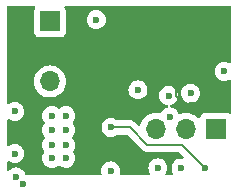
<source format=gbr>
%TF.GenerationSoftware,KiCad,Pcbnew,8.0.2-1*%
%TF.CreationDate,2024-06-01T01:47:10-04:00*%
%TF.ProjectId,ez-servo,657a2d73-6572-4766-9f2e-6b696361645f,v0.0.0*%
%TF.SameCoordinates,Original*%
%TF.FileFunction,Copper,L2,Inr*%
%TF.FilePolarity,Positive*%
%FSLAX46Y46*%
G04 Gerber Fmt 4.6, Leading zero omitted, Abs format (unit mm)*
G04 Created by KiCad (PCBNEW 8.0.2-1) date 2024-06-01 01:47:10*
%MOMM*%
%LPD*%
G01*
G04 APERTURE LIST*
%TA.AperFunction,ComponentPad*%
%ADD10C,0.600000*%
%TD*%
%TA.AperFunction,ComponentPad*%
%ADD11R,1.700000X1.700000*%
%TD*%
%TA.AperFunction,ComponentPad*%
%ADD12O,1.700000X1.700000*%
%TD*%
%TA.AperFunction,ViaPad*%
%ADD13C,0.600000*%
%TD*%
%TA.AperFunction,Conductor*%
%ADD14C,0.200000*%
%TD*%
G04 APERTURE END LIST*
D10*
%TO.N,GND*%
%TO.C,U1*%
X4300000Y-9830000D03*
X4300000Y-11030000D03*
X4300000Y-12330000D03*
X4300000Y-13430000D03*
X5500000Y-9830000D03*
X5500000Y-11030000D03*
X5500000Y-12330000D03*
X5500000Y-13430000D03*
%TD*%
D11*
%TO.N,SERVO_PWM*%
%TO.C,J2*%
X4150000Y-1850000D03*
D12*
%TO.N,VOUT*%
X4150000Y-4390000D03*
%TO.N,GND*%
X4150000Y-6930000D03*
%TD*%
D11*
%TO.N,8_4V*%
%TO.C,J3*%
X18200000Y-10930000D03*
D12*
%TO.N,SENSE*%
X15660000Y-10930000D03*
%TO.N,6V*%
X13120000Y-10930000D03*
%TD*%
D13*
%TO.N,VOUT*%
X11270000Y-13890000D03*
X10750000Y-14500000D03*
X10360000Y-4780000D03*
X16159265Y-8950735D03*
X11750000Y-14500000D03*
%TO.N,GND*%
X1900000Y-15600000D03*
X11600000Y-7640000D03*
X1283883Y-15016117D03*
X13280000Y-14250000D03*
X15250000Y-14250000D03*
X8070000Y-1700000D03*
%TO.N,SERVO_PWM*%
X9280000Y-14499998D03*
%TO.N,SENSE*%
X14290000Y-9930000D03*
X1170000Y-13030000D03*
%TO.N,Net-(C2-Pad2)*%
X14190001Y-8122829D03*
X18910000Y-6080000D03*
X16050000Y-7930823D03*
%TO.N,Net-(U1-BOOT)*%
X1170000Y-9470000D03*
%TO.N,+24V*%
X9319216Y-10825929D03*
X17300000Y-14250000D03*
%TD*%
D14*
%TO.N,VOUT*%
X16159265Y-8950735D02*
X15620735Y-8950735D01*
X12150000Y-4780000D02*
X10360000Y-4780000D01*
X15620735Y-8950735D02*
X14860000Y-8190000D01*
X14860000Y-7490000D02*
X12150000Y-4780000D01*
X14860000Y-8190000D02*
X14860000Y-7490000D01*
%TO.N,+24V*%
X10935929Y-10825929D02*
X9319216Y-10825929D01*
X9323287Y-10830000D02*
X9319216Y-10825929D01*
X17300000Y-14250000D02*
X15320000Y-12270000D01*
X15320000Y-12270000D02*
X12380000Y-12270000D01*
X12380000Y-12270000D02*
X10935929Y-10825929D01*
%TD*%
%TA.AperFunction,Conductor*%
%TO.N,VOUT*%
G36*
X2868038Y-520185D02*
G01*
X2913793Y-572989D01*
X2923737Y-642147D01*
X2900265Y-698810D01*
X2880238Y-725562D01*
X2856204Y-757668D01*
X2856202Y-757671D01*
X2805908Y-892517D01*
X2803531Y-914631D01*
X2799501Y-952123D01*
X2799500Y-952135D01*
X2799500Y-2747870D01*
X2799501Y-2747876D01*
X2805908Y-2807483D01*
X2856202Y-2942328D01*
X2856206Y-2942335D01*
X2942452Y-3057544D01*
X2942455Y-3057547D01*
X3057664Y-3143793D01*
X3057671Y-3143797D01*
X3192517Y-3194091D01*
X3192516Y-3194091D01*
X3199444Y-3194835D01*
X3252127Y-3200500D01*
X5047872Y-3200499D01*
X5107483Y-3194091D01*
X5242331Y-3143796D01*
X5357546Y-3057546D01*
X5443796Y-2942331D01*
X5494091Y-2807483D01*
X5500500Y-2747873D01*
X5500499Y-1699996D01*
X7264435Y-1699996D01*
X7264435Y-1700003D01*
X7284630Y-1879249D01*
X7284631Y-1879254D01*
X7344211Y-2049523D01*
X7440184Y-2202262D01*
X7567738Y-2329816D01*
X7720478Y-2425789D01*
X7890745Y-2485368D01*
X7890750Y-2485369D01*
X8069996Y-2505565D01*
X8070000Y-2505565D01*
X8070004Y-2505565D01*
X8249249Y-2485369D01*
X8249252Y-2485368D01*
X8249255Y-2485368D01*
X8419522Y-2425789D01*
X8572262Y-2329816D01*
X8699816Y-2202262D01*
X8795789Y-2049522D01*
X8855368Y-1879255D01*
X8875565Y-1700000D01*
X8855368Y-1520745D01*
X8795789Y-1350478D01*
X8699816Y-1197738D01*
X8572262Y-1070184D01*
X8419523Y-974211D01*
X8249254Y-914631D01*
X8249249Y-914630D01*
X8070004Y-894435D01*
X8069996Y-894435D01*
X7890750Y-914630D01*
X7890745Y-914631D01*
X7720476Y-974211D01*
X7567737Y-1070184D01*
X7440184Y-1197737D01*
X7344211Y-1350476D01*
X7284631Y-1520745D01*
X7284630Y-1520750D01*
X7264435Y-1699996D01*
X5500499Y-1699996D01*
X5500499Y-952128D01*
X5494091Y-892517D01*
X5443796Y-757669D01*
X5399734Y-698810D01*
X5375317Y-633348D01*
X5390168Y-565075D01*
X5439573Y-515669D01*
X5499001Y-500500D01*
X19375500Y-500500D01*
X19442539Y-520185D01*
X19488294Y-572989D01*
X19499500Y-624500D01*
X19499500Y-5280637D01*
X19479815Y-5347676D01*
X19427011Y-5393431D01*
X19357853Y-5403375D01*
X19309529Y-5385631D01*
X19259525Y-5354212D01*
X19089254Y-5294631D01*
X19089249Y-5294630D01*
X18910004Y-5274435D01*
X18909996Y-5274435D01*
X18730750Y-5294630D01*
X18730745Y-5294631D01*
X18560476Y-5354211D01*
X18407737Y-5450184D01*
X18280184Y-5577737D01*
X18184211Y-5730476D01*
X18124631Y-5900745D01*
X18124630Y-5900750D01*
X18104435Y-6079996D01*
X18104435Y-6080003D01*
X18124630Y-6259249D01*
X18124631Y-6259254D01*
X18184211Y-6429523D01*
X18280184Y-6582262D01*
X18407738Y-6709816D01*
X18560478Y-6805789D01*
X18700063Y-6854632D01*
X18730745Y-6865368D01*
X18730750Y-6865369D01*
X18909996Y-6885565D01*
X18910000Y-6885565D01*
X18910004Y-6885565D01*
X19089249Y-6865369D01*
X19089252Y-6865368D01*
X19089255Y-6865368D01*
X19259522Y-6805789D01*
X19309527Y-6774369D01*
X19376764Y-6755368D01*
X19443599Y-6775735D01*
X19488814Y-6829003D01*
X19499500Y-6879362D01*
X19499500Y-9543568D01*
X19479815Y-9610607D01*
X19427011Y-9656362D01*
X19357853Y-9666306D01*
X19301190Y-9642835D01*
X19292334Y-9636206D01*
X19292328Y-9636202D01*
X19157482Y-9585908D01*
X19157483Y-9585908D01*
X19097883Y-9579501D01*
X19097881Y-9579500D01*
X19097873Y-9579500D01*
X19097864Y-9579500D01*
X17302129Y-9579500D01*
X17302123Y-9579501D01*
X17242516Y-9585908D01*
X17107671Y-9636202D01*
X17107664Y-9636206D01*
X16992455Y-9722452D01*
X16992452Y-9722455D01*
X16906206Y-9837664D01*
X16906203Y-9837669D01*
X16857189Y-9969083D01*
X16815317Y-10025016D01*
X16749853Y-10049433D01*
X16681580Y-10034581D01*
X16653326Y-10013430D01*
X16531402Y-9891506D01*
X16531395Y-9891501D01*
X16337834Y-9755967D01*
X16337830Y-9755965D01*
X16337828Y-9755964D01*
X16123663Y-9656097D01*
X16123659Y-9656096D01*
X16123655Y-9656094D01*
X15895413Y-9594938D01*
X15895403Y-9594936D01*
X15660001Y-9574341D01*
X15659999Y-9574341D01*
X15424596Y-9594936D01*
X15424586Y-9594938D01*
X15196344Y-9656094D01*
X15196329Y-9656100D01*
X15188049Y-9659961D01*
X15118972Y-9670450D01*
X15055189Y-9641928D01*
X15018608Y-9588533D01*
X15015789Y-9580479D01*
X15015789Y-9580477D01*
X14952955Y-9480478D01*
X14919816Y-9427738D01*
X14792262Y-9300184D01*
X14694478Y-9238742D01*
X14639523Y-9204211D01*
X14469254Y-9144631D01*
X14469250Y-9144630D01*
X14422364Y-9139348D01*
X14357950Y-9112281D01*
X14318395Y-9054686D01*
X14316258Y-8984849D01*
X14352216Y-8924943D01*
X14395294Y-8899086D01*
X14424863Y-8888739D01*
X14539523Y-8848618D01*
X14692263Y-8752645D01*
X14819817Y-8625091D01*
X14915790Y-8472351D01*
X14975369Y-8302084D01*
X14977220Y-8285659D01*
X14995566Y-8122832D01*
X14995566Y-8122825D01*
X14975370Y-7943579D01*
X14975369Y-7943574D01*
X14970906Y-7930819D01*
X15244435Y-7930819D01*
X15244435Y-7930826D01*
X15264630Y-8110072D01*
X15264631Y-8110077D01*
X15324211Y-8280346D01*
X15377898Y-8365788D01*
X15420184Y-8433085D01*
X15547738Y-8560639D01*
X15700478Y-8656612D01*
X15780549Y-8684630D01*
X15870745Y-8716191D01*
X15870750Y-8716192D01*
X16049996Y-8736388D01*
X16050000Y-8736388D01*
X16050004Y-8736388D01*
X16229249Y-8716192D01*
X16229252Y-8716191D01*
X16229255Y-8716191D01*
X16399522Y-8656612D01*
X16552262Y-8560639D01*
X16679816Y-8433085D01*
X16775789Y-8280345D01*
X16835368Y-8110078D01*
X16836049Y-8104034D01*
X16855565Y-7930826D01*
X16855565Y-7930819D01*
X16835369Y-7751573D01*
X16835368Y-7751568D01*
X16796330Y-7640003D01*
X16775789Y-7581301D01*
X16679816Y-7428561D01*
X16552262Y-7301007D01*
X16535502Y-7290476D01*
X16399523Y-7205034D01*
X16229254Y-7145454D01*
X16229249Y-7145453D01*
X16050004Y-7125258D01*
X16049996Y-7125258D01*
X15870750Y-7145453D01*
X15870745Y-7145454D01*
X15700476Y-7205034D01*
X15547737Y-7301007D01*
X15420184Y-7428560D01*
X15324211Y-7581299D01*
X15264631Y-7751568D01*
X15264630Y-7751573D01*
X15244435Y-7930819D01*
X14970906Y-7930819D01*
X14931868Y-7819255D01*
X14915790Y-7773307D01*
X14902130Y-7751568D01*
X14832029Y-7640003D01*
X14819817Y-7620567D01*
X14692263Y-7493013D01*
X14640909Y-7460745D01*
X14539524Y-7397040D01*
X14369255Y-7337460D01*
X14369250Y-7337459D01*
X14190005Y-7317264D01*
X14189997Y-7317264D01*
X14010751Y-7337459D01*
X14010746Y-7337460D01*
X13840477Y-7397040D01*
X13687738Y-7493013D01*
X13560185Y-7620566D01*
X13464212Y-7773305D01*
X13404632Y-7943574D01*
X13404631Y-7943579D01*
X13384436Y-8122825D01*
X13384436Y-8122832D01*
X13404631Y-8302078D01*
X13404632Y-8302083D01*
X13464212Y-8472352D01*
X13519686Y-8560638D01*
X13560185Y-8625091D01*
X13687739Y-8752645D01*
X13840479Y-8848618D01*
X14010746Y-8908197D01*
X14057637Y-8913480D01*
X14122048Y-8940545D01*
X14161604Y-8998140D01*
X14163743Y-9067977D01*
X14127785Y-9127883D01*
X14084707Y-9153741D01*
X13940480Y-9204208D01*
X13787737Y-9300184D01*
X13660182Y-9427739D01*
X13575034Y-9563251D01*
X13522699Y-9609541D01*
X13453646Y-9620189D01*
X13437948Y-9617053D01*
X13355413Y-9594938D01*
X13355403Y-9594936D01*
X13120001Y-9574341D01*
X13119999Y-9574341D01*
X12884596Y-9594936D01*
X12884586Y-9594938D01*
X12656344Y-9656094D01*
X12656335Y-9656098D01*
X12442171Y-9755964D01*
X12442169Y-9755965D01*
X12248597Y-9891505D01*
X12081505Y-10058597D01*
X11945965Y-10252169D01*
X11945964Y-10252171D01*
X11846098Y-10466335D01*
X11846095Y-10466341D01*
X11812817Y-10590539D01*
X11776452Y-10650199D01*
X11713605Y-10680728D01*
X11644229Y-10672433D01*
X11605361Y-10646126D01*
X11423519Y-10464284D01*
X11423517Y-10464281D01*
X11304646Y-10345410D01*
X11304638Y-10345404D01*
X11202865Y-10286646D01*
X11202863Y-10286645D01*
X11167719Y-10266354D01*
X11167718Y-10266353D01*
X11155192Y-10262996D01*
X11014986Y-10225428D01*
X10856872Y-10225428D01*
X10849276Y-10225428D01*
X10849260Y-10225429D01*
X9901628Y-10225429D01*
X9834589Y-10205744D01*
X9824313Y-10198374D01*
X9821479Y-10196114D01*
X9821478Y-10196113D01*
X9751360Y-10152055D01*
X9668739Y-10100140D01*
X9498470Y-10040560D01*
X9498465Y-10040559D01*
X9319220Y-10020364D01*
X9319212Y-10020364D01*
X9139966Y-10040559D01*
X9139961Y-10040560D01*
X8969692Y-10100140D01*
X8816953Y-10196113D01*
X8689400Y-10323666D01*
X8593427Y-10476405D01*
X8533847Y-10646674D01*
X8533846Y-10646679D01*
X8513651Y-10825925D01*
X8513651Y-10825932D01*
X8533846Y-11005178D01*
X8533847Y-11005183D01*
X8593427Y-11175452D01*
X8614667Y-11209255D01*
X8689400Y-11328191D01*
X8816954Y-11455745D01*
X8969694Y-11551718D01*
X9085725Y-11592319D01*
X9139961Y-11611297D01*
X9139966Y-11611298D01*
X9319212Y-11631494D01*
X9319216Y-11631494D01*
X9319220Y-11631494D01*
X9498465Y-11611298D01*
X9498468Y-11611297D01*
X9498471Y-11611297D01*
X9668738Y-11551718D01*
X9821478Y-11455745D01*
X9821483Y-11455739D01*
X9824313Y-11453484D01*
X9826491Y-11452594D01*
X9827374Y-11452040D01*
X9827471Y-11452194D01*
X9888999Y-11427074D01*
X9901628Y-11426429D01*
X10635832Y-11426429D01*
X10702871Y-11446114D01*
X10723512Y-11462747D01*
X12011284Y-12750520D01*
X12148215Y-12829577D01*
X12300943Y-12870501D01*
X12300946Y-12870501D01*
X12466654Y-12870501D01*
X12466670Y-12870500D01*
X15019903Y-12870500D01*
X15086942Y-12890185D01*
X15107584Y-12906819D01*
X15444803Y-13244038D01*
X15478288Y-13305361D01*
X15473304Y-13375053D01*
X15431432Y-13430986D01*
X15365968Y-13455403D01*
X15343240Y-13454939D01*
X15250005Y-13444435D01*
X15249996Y-13444435D01*
X15070750Y-13464630D01*
X15070745Y-13464631D01*
X14900476Y-13524211D01*
X14747737Y-13620184D01*
X14620184Y-13747737D01*
X14524211Y-13900476D01*
X14464631Y-14070745D01*
X14464630Y-14070750D01*
X14444435Y-14249996D01*
X14444435Y-14250003D01*
X14464630Y-14429249D01*
X14464631Y-14429254D01*
X14524211Y-14599523D01*
X14587363Y-14700028D01*
X14606363Y-14767265D01*
X14585995Y-14834100D01*
X14532727Y-14879314D01*
X14482369Y-14890000D01*
X14047631Y-14890000D01*
X13980592Y-14870315D01*
X13934837Y-14817511D01*
X13924893Y-14748353D01*
X13942637Y-14700028D01*
X14005788Y-14599523D01*
X14005789Y-14599522D01*
X14065368Y-14429255D01*
X14070208Y-14386301D01*
X14085565Y-14250003D01*
X14085565Y-14249996D01*
X14065369Y-14070750D01*
X14065368Y-14070745D01*
X14058025Y-14049759D01*
X14005789Y-13900478D01*
X13909816Y-13747738D01*
X13782262Y-13620184D01*
X13764859Y-13609249D01*
X13629523Y-13524211D01*
X13459254Y-13464631D01*
X13459249Y-13464630D01*
X13280004Y-13444435D01*
X13279996Y-13444435D01*
X13100750Y-13464630D01*
X13100745Y-13464631D01*
X12930476Y-13524211D01*
X12777737Y-13620184D01*
X12650184Y-13747737D01*
X12554211Y-13900476D01*
X12494631Y-14070745D01*
X12494630Y-14070750D01*
X12474435Y-14249996D01*
X12474435Y-14250003D01*
X12494630Y-14429249D01*
X12494631Y-14429254D01*
X12554211Y-14599523D01*
X12617363Y-14700028D01*
X12636363Y-14767265D01*
X12615995Y-14834100D01*
X12562727Y-14879314D01*
X12512369Y-14890000D01*
X10166387Y-14890000D01*
X10099348Y-14870315D01*
X10053593Y-14817511D01*
X10043649Y-14748353D01*
X10049345Y-14725046D01*
X10065367Y-14679255D01*
X10065368Y-14679253D01*
X10065369Y-14679247D01*
X10085565Y-14500001D01*
X10085565Y-14499994D01*
X10065369Y-14320748D01*
X10065368Y-14320743D01*
X10040614Y-14250000D01*
X10005789Y-14150476D01*
X9909816Y-13997736D01*
X9782262Y-13870182D01*
X9629523Y-13774209D01*
X9459254Y-13714629D01*
X9459249Y-13714628D01*
X9280004Y-13694433D01*
X9279996Y-13694433D01*
X9100750Y-13714628D01*
X9100745Y-13714629D01*
X8930476Y-13774209D01*
X8777737Y-13870182D01*
X8650184Y-13997735D01*
X8554211Y-14150474D01*
X8494631Y-14320743D01*
X8494630Y-14320748D01*
X8474435Y-14499994D01*
X8474435Y-14500001D01*
X8494630Y-14679247D01*
X8494632Y-14679255D01*
X8510655Y-14725046D01*
X8514216Y-14794825D01*
X8479487Y-14855452D01*
X8417493Y-14887679D01*
X8393613Y-14890000D01*
X2310375Y-14890000D01*
X2257042Y-14874640D01*
X2255795Y-14877231D01*
X2249529Y-14874213D01*
X2115355Y-14827264D01*
X2058579Y-14786542D01*
X2039268Y-14751176D01*
X2030125Y-14725046D01*
X2009672Y-14666595D01*
X1913699Y-14513855D01*
X1786145Y-14386301D01*
X1716166Y-14342330D01*
X1633406Y-14290328D01*
X1463137Y-14230748D01*
X1463132Y-14230747D01*
X1283887Y-14210552D01*
X1283879Y-14210552D01*
X1104633Y-14230747D01*
X1104628Y-14230748D01*
X934359Y-14290328D01*
X781620Y-14386301D01*
X712181Y-14455741D01*
X650858Y-14489226D01*
X581166Y-14484242D01*
X525233Y-14442370D01*
X500816Y-14376906D01*
X500500Y-14368060D01*
X500500Y-13779094D01*
X520185Y-13712055D01*
X572989Y-13666300D01*
X642147Y-13656356D01*
X690471Y-13674100D01*
X722831Y-13694433D01*
X820475Y-13755788D01*
X990745Y-13815368D01*
X990750Y-13815369D01*
X1169996Y-13835565D01*
X1170000Y-13835565D01*
X1170004Y-13835565D01*
X1349249Y-13815369D01*
X1349252Y-13815368D01*
X1349255Y-13815368D01*
X1519522Y-13755789D01*
X1672262Y-13659816D01*
X1799816Y-13532262D01*
X1895789Y-13379522D01*
X1955368Y-13209255D01*
X1975565Y-13030000D01*
X1966097Y-12945972D01*
X1955369Y-12850750D01*
X1955368Y-12850745D01*
X1895789Y-12680478D01*
X1895188Y-12679522D01*
X1856582Y-12618080D01*
X1799816Y-12527738D01*
X1672262Y-12400184D01*
X1649528Y-12385899D01*
X1519523Y-12304211D01*
X1349254Y-12244631D01*
X1349249Y-12244630D01*
X1170004Y-12224435D01*
X1169996Y-12224435D01*
X990750Y-12244630D01*
X990745Y-12244631D01*
X820476Y-12304211D01*
X690472Y-12385899D01*
X623235Y-12404899D01*
X556400Y-12384531D01*
X511186Y-12331263D01*
X500500Y-12280905D01*
X500500Y-10219094D01*
X520185Y-10152055D01*
X572989Y-10106300D01*
X642147Y-10096356D01*
X690471Y-10114100D01*
X728193Y-10137802D01*
X820475Y-10195788D01*
X990745Y-10255368D01*
X990750Y-10255369D01*
X1169996Y-10275565D01*
X1170000Y-10275565D01*
X1170004Y-10275565D01*
X1349249Y-10255369D01*
X1349252Y-10255368D01*
X1349255Y-10255368D01*
X1519522Y-10195789D01*
X1672262Y-10099816D01*
X1799816Y-9972262D01*
X1889208Y-9829996D01*
X3494435Y-9829996D01*
X3494435Y-9830003D01*
X3514630Y-10009249D01*
X3514631Y-10009254D01*
X3574211Y-10179523D01*
X3670184Y-10332262D01*
X3680241Y-10342319D01*
X3713726Y-10403642D01*
X3708742Y-10473334D01*
X3680241Y-10517681D01*
X3670184Y-10527737D01*
X3574211Y-10680476D01*
X3514631Y-10850745D01*
X3514630Y-10850750D01*
X3494435Y-11029996D01*
X3494435Y-11030003D01*
X3514630Y-11209249D01*
X3514631Y-11209254D01*
X3574211Y-11379523D01*
X3670184Y-11532262D01*
X3730241Y-11592319D01*
X3763726Y-11653642D01*
X3758742Y-11723334D01*
X3730241Y-11767681D01*
X3670184Y-11827737D01*
X3574211Y-11980476D01*
X3514631Y-12150745D01*
X3514630Y-12150750D01*
X3494435Y-12329996D01*
X3494435Y-12330003D01*
X3514630Y-12509249D01*
X3514631Y-12509254D01*
X3574211Y-12679523D01*
X3658727Y-12814028D01*
X3677727Y-12881264D01*
X3658727Y-12945972D01*
X3574211Y-13080476D01*
X3514631Y-13250745D01*
X3514630Y-13250750D01*
X3494435Y-13429996D01*
X3494435Y-13430003D01*
X3514630Y-13609249D01*
X3514631Y-13609254D01*
X3574211Y-13779523D01*
X3650213Y-13900478D01*
X3670184Y-13932262D01*
X3797738Y-14059816D01*
X3950478Y-14155789D01*
X4106982Y-14210552D01*
X4120745Y-14215368D01*
X4120750Y-14215369D01*
X4299996Y-14235565D01*
X4300000Y-14235565D01*
X4300004Y-14235565D01*
X4479249Y-14215369D01*
X4479252Y-14215368D01*
X4479255Y-14215368D01*
X4649522Y-14155789D01*
X4802262Y-14059816D01*
X4812319Y-14049759D01*
X4873642Y-14016274D01*
X4943334Y-14021258D01*
X4987681Y-14049759D01*
X4997738Y-14059816D01*
X5150478Y-14155789D01*
X5306982Y-14210552D01*
X5320745Y-14215368D01*
X5320750Y-14215369D01*
X5499996Y-14235565D01*
X5500000Y-14235565D01*
X5500004Y-14235565D01*
X5679249Y-14215369D01*
X5679252Y-14215368D01*
X5679255Y-14215368D01*
X5849522Y-14155789D01*
X6002262Y-14059816D01*
X6129816Y-13932262D01*
X6225789Y-13779522D01*
X6285368Y-13609255D01*
X6294950Y-13524211D01*
X6305565Y-13430003D01*
X6305565Y-13429996D01*
X6285369Y-13250750D01*
X6285368Y-13250745D01*
X6225788Y-13080475D01*
X6181957Y-13010720D01*
X6141272Y-12945970D01*
X6122272Y-12878736D01*
X6141273Y-12814028D01*
X6205667Y-12711545D01*
X6225788Y-12679524D01*
X6256801Y-12590894D01*
X6285368Y-12509255D01*
X6297126Y-12404899D01*
X6305565Y-12330003D01*
X6305565Y-12329996D01*
X6285369Y-12150750D01*
X6285368Y-12150745D01*
X6225788Y-11980476D01*
X6129815Y-11827737D01*
X6069759Y-11767681D01*
X6036274Y-11706358D01*
X6041258Y-11636666D01*
X6069759Y-11592319D01*
X6087415Y-11574663D01*
X6129816Y-11532262D01*
X6225789Y-11379522D01*
X6285368Y-11209255D01*
X6305565Y-11030000D01*
X6302768Y-11005178D01*
X6285369Y-10850750D01*
X6285368Y-10850745D01*
X6276686Y-10825932D01*
X6225789Y-10680478D01*
X6206763Y-10650199D01*
X6186582Y-10618080D01*
X6129816Y-10527738D01*
X6119759Y-10517681D01*
X6086274Y-10456358D01*
X6091258Y-10386666D01*
X6119759Y-10342319D01*
X6129816Y-10332262D01*
X6225789Y-10179522D01*
X6285368Y-10009255D01*
X6285369Y-10009249D01*
X6305565Y-9830003D01*
X6305565Y-9829996D01*
X6285369Y-9650750D01*
X6285368Y-9650745D01*
X6265840Y-9594937D01*
X6225789Y-9480478D01*
X6129816Y-9327738D01*
X6002262Y-9200184D01*
X5849523Y-9104211D01*
X5679254Y-9044631D01*
X5679249Y-9044630D01*
X5500004Y-9024435D01*
X5499996Y-9024435D01*
X5320750Y-9044630D01*
X5320745Y-9044631D01*
X5150476Y-9104211D01*
X4997737Y-9200184D01*
X4987681Y-9210241D01*
X4926358Y-9243726D01*
X4856666Y-9238742D01*
X4812319Y-9210241D01*
X4802262Y-9200184D01*
X4649523Y-9104211D01*
X4479254Y-9044631D01*
X4479249Y-9044630D01*
X4300004Y-9024435D01*
X4299996Y-9024435D01*
X4120750Y-9044630D01*
X4120745Y-9044631D01*
X3950476Y-9104211D01*
X3797737Y-9200184D01*
X3670184Y-9327737D01*
X3574211Y-9480476D01*
X3514631Y-9650745D01*
X3514630Y-9650750D01*
X3494435Y-9829996D01*
X1889208Y-9829996D01*
X1895789Y-9819522D01*
X1955368Y-9649255D01*
X1955369Y-9649249D01*
X1975565Y-9470003D01*
X1975565Y-9469996D01*
X1955369Y-9290750D01*
X1955368Y-9290745D01*
X1904241Y-9144632D01*
X1895789Y-9120478D01*
X1890638Y-9112281D01*
X1848130Y-9044630D01*
X1799816Y-8967738D01*
X1672262Y-8840184D01*
X1649528Y-8825899D01*
X1519523Y-8744211D01*
X1349254Y-8684631D01*
X1349249Y-8684630D01*
X1170004Y-8664435D01*
X1169996Y-8664435D01*
X990750Y-8684630D01*
X990745Y-8684631D01*
X820476Y-8744211D01*
X690472Y-8825899D01*
X623235Y-8844899D01*
X556400Y-8824531D01*
X511186Y-8771263D01*
X500500Y-8720905D01*
X500500Y-6929999D01*
X2794341Y-6929999D01*
X2794341Y-6930000D01*
X2814936Y-7165403D01*
X2814938Y-7165413D01*
X2876094Y-7393655D01*
X2876096Y-7393659D01*
X2876097Y-7393663D01*
X2922425Y-7493013D01*
X2975965Y-7607830D01*
X2975967Y-7607834D01*
X3076615Y-7751573D01*
X3111505Y-7801401D01*
X3278599Y-7968495D01*
X3375384Y-8036265D01*
X3472165Y-8104032D01*
X3472167Y-8104033D01*
X3472170Y-8104035D01*
X3686337Y-8203903D01*
X3914592Y-8265063D01*
X4089262Y-8280345D01*
X4149999Y-8285659D01*
X4150000Y-8285659D01*
X4150001Y-8285659D01*
X4210726Y-8280346D01*
X4385408Y-8265063D01*
X4613663Y-8203903D01*
X4827830Y-8104035D01*
X5021401Y-7968495D01*
X5188495Y-7801401D01*
X5301512Y-7639996D01*
X10794435Y-7639996D01*
X10794435Y-7640003D01*
X10814630Y-7819249D01*
X10814631Y-7819254D01*
X10874211Y-7989523D01*
X10946162Y-8104032D01*
X10970184Y-8142262D01*
X11097738Y-8269816D01*
X11250478Y-8365789D01*
X11420745Y-8425368D01*
X11420750Y-8425369D01*
X11599996Y-8445565D01*
X11600000Y-8445565D01*
X11600004Y-8445565D01*
X11779249Y-8425369D01*
X11779252Y-8425368D01*
X11779255Y-8425368D01*
X11949522Y-8365789D01*
X12102262Y-8269816D01*
X12229816Y-8142262D01*
X12325789Y-7989522D01*
X12385368Y-7819255D01*
X12387380Y-7801401D01*
X12405565Y-7640003D01*
X12405565Y-7639996D01*
X12385369Y-7460750D01*
X12385368Y-7460745D01*
X12342229Y-7337461D01*
X12325789Y-7290478D01*
X12229816Y-7137738D01*
X12102262Y-7010184D01*
X11949523Y-6914211D01*
X11779254Y-6854631D01*
X11779249Y-6854630D01*
X11600004Y-6834435D01*
X11599996Y-6834435D01*
X11420750Y-6854630D01*
X11420745Y-6854631D01*
X11250476Y-6914211D01*
X11097737Y-7010184D01*
X10970184Y-7137737D01*
X10874211Y-7290476D01*
X10814631Y-7460745D01*
X10814630Y-7460750D01*
X10794435Y-7639996D01*
X5301512Y-7639996D01*
X5324035Y-7607830D01*
X5423903Y-7393663D01*
X5485063Y-7165408D01*
X5505659Y-6930000D01*
X5485063Y-6694592D01*
X5423903Y-6466337D01*
X5324035Y-6252171D01*
X5203483Y-6080003D01*
X5188494Y-6058597D01*
X5021402Y-5891506D01*
X5021395Y-5891501D01*
X4827834Y-5755967D01*
X4827830Y-5755965D01*
X4773169Y-5730476D01*
X4613663Y-5656097D01*
X4613659Y-5656096D01*
X4613655Y-5656094D01*
X4385413Y-5594938D01*
X4385403Y-5594936D01*
X4150001Y-5574341D01*
X4149999Y-5574341D01*
X3914596Y-5594936D01*
X3914586Y-5594938D01*
X3686344Y-5656094D01*
X3686335Y-5656098D01*
X3472171Y-5755964D01*
X3472169Y-5755965D01*
X3278597Y-5891505D01*
X3111505Y-6058597D01*
X2975965Y-6252169D01*
X2975964Y-6252171D01*
X2876098Y-6466335D01*
X2876094Y-6466344D01*
X2814938Y-6694586D01*
X2814936Y-6694596D01*
X2794341Y-6929999D01*
X500500Y-6929999D01*
X500500Y-624500D01*
X520185Y-557461D01*
X572989Y-511706D01*
X624500Y-500500D01*
X2800999Y-500500D01*
X2868038Y-520185D01*
G37*
%TD.AperFunction*%
%TD*%
M02*

</source>
